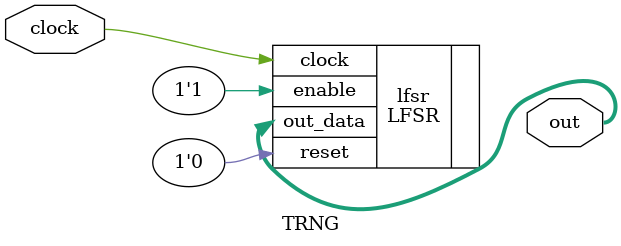
<source format=v>
module TRNG(
    clock,
    out
  );

  parameter
    DBITS = 64;

  localparam
    TAPS = 64'hD800_0000_0000_0000;

  input clock;
  output [DBITS-1:0] out;

  // random values from an LFSR for AWS.
  // TODO: find a source of entropy to sample and amplify that can work on AWS!
  LFSR #(
    .WIDTH(           DBITS),
    .POLYNOMIAL(      TAPS),
    .INITIAL_VALUE(   {DBITS{1'b1}})
  ) lfsr (
    .clock(           clock),
    .reset(           1'b0),
    .enable(          1'b1),
    .out_data(        out) );
endmodule

</source>
